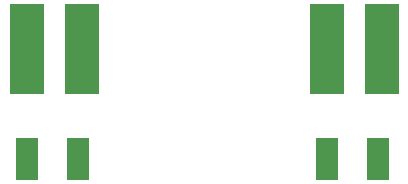
<source format=gbr>
G04 start of page 8 for group -4015 idx -4015 *
G04 Title: (unknown), toppaste *
G04 Creator: pcb 20091103 *
G04 CreationDate: Wed Aug 18 22:41:48 2010 UTC *
G04 For: fosse *
G04 Format: Gerber/RS-274X *
G04 PCB-Dimensions: 600000 500000 *
G04 PCB-Coordinate-Origin: lower left *
%MOIN*%
%FSLAX25Y25*%
%LNFRONTPASTE*%
%ADD20R,0.0740X0.0740*%
%ADD21R,0.1143X0.1143*%
G54D21*X200500Y366500D02*Y348193D01*
X218807Y366500D02*Y348193D01*
G54D20*X200500Y323900D02*Y317500D01*
X217500Y323900D02*Y317500D01*
G54D21*X100500Y366500D02*Y348193D01*
X118807Y366500D02*Y348193D01*
G54D20*X100500Y323900D02*Y317500D01*
X117500Y323900D02*Y317500D01*
M02*

</source>
